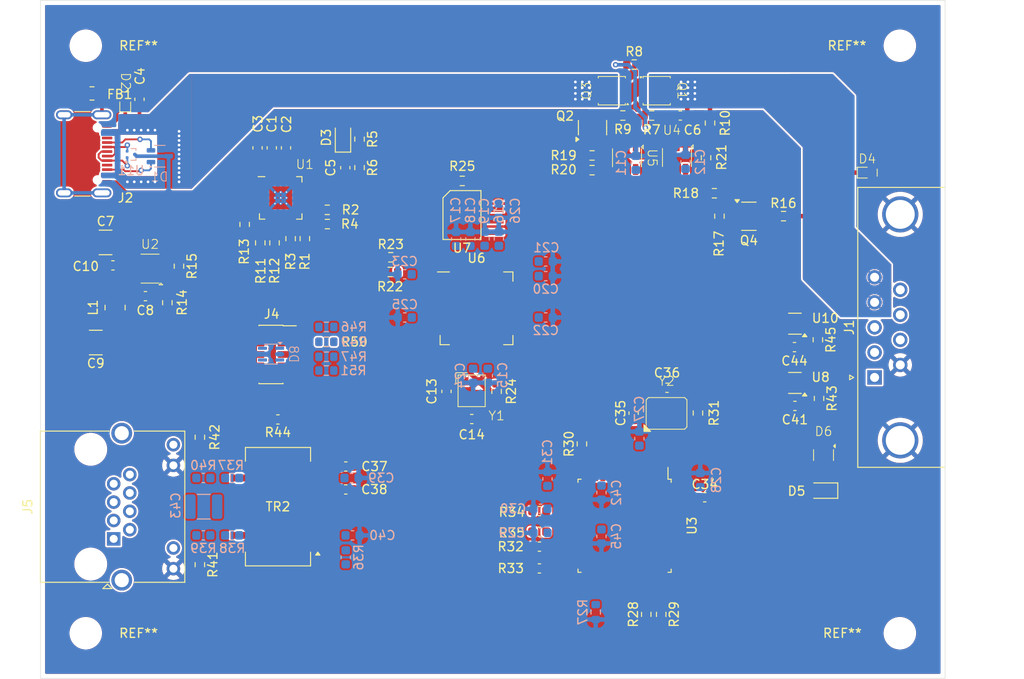
<source format=kicad_pcb>
(kicad_pcb
	(version 20241229)
	(generator "pcbnew")
	(generator_version "9.0")
	(general
		(thickness 1.6)
		(legacy_teardrops no)
	)
	(paper "A4")
	(layers
		(0 "F.Cu" signal)
		(4 "In1.Cu" signal)
		(6 "In2.Cu" signal)
		(2 "B.Cu" signal)
		(9 "F.Adhes" user "F.Adhesive")
		(11 "B.Adhes" user "B.Adhesive")
		(13 "F.Paste" user)
		(15 "B.Paste" user)
		(5 "F.SilkS" user "F.Silkscreen")
		(7 "B.SilkS" user "B.Silkscreen")
		(1 "F.Mask" user)
		(3 "B.Mask" user)
		(17 "Dwgs.User" user "User.Drawings")
		(19 "Cmts.User" user "User.Comments")
		(21 "Eco1.User" user "User.Eco1")
		(23 "Eco2.User" user "User.Eco2")
		(25 "Edge.Cuts" user)
		(27 "Margin" user)
		(31 "F.CrtYd" user "F.Courtyard")
		(29 "B.CrtYd" user "B.Courtyard")
		(35 "F.Fab" user)
		(33 "B.Fab" user)
		(39 "User.1" user)
		(41 "User.2" user)
		(43 "User.3" user)
		(45 "User.4" user)
	)
	(setup
		(stackup
			(layer "F.SilkS"
				(type "Top Silk Screen")
			)
			(layer "F.Paste"
				(type "Top Solder Paste")
			)
			(layer "F.Mask"
				(type "Top Solder Mask")
				(thickness 0.01)
			)
			(layer "F.Cu"
				(type "copper")
				(thickness 0.035)
			)
			(layer "dielectric 1"
				(type "prepreg")
				(thickness 0.1)
				(material "FR4")
				(epsilon_r 4.5)
				(loss_tangent 0.02)
			)
			(layer "In1.Cu"
				(type "copper")
				(thickness 0.035)
			)
			(layer "dielectric 2"
				(type "core")
				(thickness 1.24)
				(material "FR4")
				(epsilon_r 4.5)
				(loss_tangent 0.02)
			)
			(layer "In2.Cu"
				(type "copper")
				(thickness 0.035)
			)
			(layer "dielectric 3"
				(type "prepreg")
				(thickness 0.1)
				(material "FR4")
				(epsilon_r 4.5)
				(loss_tangent 0.02)
			)
			(layer "B.Cu"
				(type "copper")
				(thickness 0.035)
			)
			(layer "B.Mask"
				(type "Bottom Solder Mask")
				(thickness 0.01)
			)
			(layer "B.Paste"
				(type "Bottom Solder Paste")
			)
			(layer "B.SilkS"
				(type "Bottom Silk Screen")
			)
			(copper_finish "None")
			(dielectric_constraints no)
		)
		(pad_to_mask_clearance 0)
		(allow_soldermask_bridges_in_footprints no)
		(tenting front back)
		(pcbplotparams
			(layerselection 0x00000000_00000000_55555555_5755f5ff)
			(plot_on_all_layers_selection 0x00000000_00000000_00000000_00000000)
			(disableapertmacros no)
			(usegerberextensions no)
			(usegerberattributes yes)
			(usegerberadvancedattributes yes)
			(creategerberjobfile yes)
			(dashed_line_dash_ratio 12.000000)
			(dashed_line_gap_ratio 3.000000)
			(svgprecision 4)
			(plotframeref no)
			(mode 1)
			(useauxorigin no)
			(hpglpennumber 1)
			(hpglpenspeed 20)
			(hpglpendiameter 15.000000)
			(pdf_front_fp_property_popups yes)
			(pdf_back_fp_property_popups yes)
			(pdf_metadata yes)
			(pdf_single_document no)
			(dxfpolygonmode yes)
			(dxfimperialunits yes)
			(dxfusepcbnewfont yes)
			(psnegative no)
			(psa4output no)
			(plot_black_and_white yes)
			(sketchpadsonfab no)
			(plotpadnumbers no)
			(hidednponfab no)
			(sketchdnponfab yes)
			(crossoutdnponfab yes)
			(subtractmaskfromsilk no)
			(outputformat 1)
			(mirror no)
			(drillshape 1)
			(scaleselection 1)
			(outputdirectory "")
		)
	)
	(net 0 "")
	(net 1 "/Power/2v7")
	(net 2 "GND")
	(net 3 "Net-(U1-VREG_1V2)")
	(net 4 "Net-(U1-VDD)")
	(net 5 "/Power/Vbus")
	(net 6 "Net-(D3-K)")
	(net 7 "Net-(C6-Pad1)")
	(net 8 "+VDC")
	(net 9 "Net-(U2-CB)")
	(net 10 "Net-(U2-SW)")
	(net 11 "+3V3")
	(net 12 "Net-(U6-Xin)")
	(net 13 "Net-(C14-Pad2)")
	(net 14 "+1V1")
	(net 15 "Net-(U3-Vcap)")
	(net 16 "Net-(U3-OSC1)")
	(net 17 "Net-(C36-Pad1)")
	(net 18 "MAG_IN+")
	(net 19 "TPIN+")
	(net 20 "MAG_IN-")
	(net 21 "TPIN-")
	(net 22 "MAG_IN_Center")
	(net 23 "MAG_OUT_Center")
	(net 24 "Net-(C43-Pad2)")
	(net 25 "GNDPWR")
	(net 26 "/Power/CC2")
	(net 27 "/Power/CC1")
	(net 28 "Net-(D5-K)")
	(net 29 "DATA_LED")
	(net 30 "sense_2_proc")
	(net 31 "sense_1_proc")
	(net 32 "CLK_LED")
	(net 33 "/P3")
	(net 34 "/P4")
	(net 35 "/P2")
	(net 36 "/P1")
	(net 37 "Net-(J2-SHIELD)")
	(net 38 "Net-(U11-D+)")
	(net 39 "Net-(U11-D-)")
	(net 40 "RX+")
	(net 41 "TX-")
	(net 42 "Net-(J5-Pad10)")
	(net 43 "Net-(J5-Pad7)")
	(net 44 "Net-(J5-Pad4)")
	(net 45 "RX-")
	(net 46 "Net-(J5-Pad12)")
	(net 47 "TX+")
	(net 48 "Net-(Q1-Pad4)")
	(net 49 "Net-(Q2-G)")
	(net 50 "Net-(Q2-D)")
	(net 51 "Net-(Q4-D)")
	(net 52 "Net-(Q4-G)")
	(net 53 "Net-(U1-ADDR0)")
	(net 54 "Net-(U1-ADDR1)")
	(net 55 "Net-(U1-VBUS_VS_DISCH)")
	(net 56 "/Power/DISCH")
	(net 57 "SCL")
	(net 58 "SDA")
	(net 59 "RESET")
	(net 60 "Net-(U2-FB)")
	(net 61 "Discharge")
	(net 62 "Net-(R20-Pad2)")
	(net 63 "Net-(U1-VBUS_EN_SNK)")
	(net 64 "D-")
	(net 65 "D+")
	(net 66 "Net-(U6-Xout)")
	(net 67 "Net-(U6-QSPI_SS_N)")
	(net 68 "~{INT}")
	(net 69 "Net-(U3-PSPCFG0)")
	(net 70 "Net-(U3-Rbias)")
	(net 71 "Net-(U3-OSC2)")
	(net 72 "MAG_OUT+")
	(net 73 "MAG_OUT-")
	(net 74 "Net-(TR2-C_RX)")
	(net 75 "Net-(TR2-C_TX)")
	(net 76 "LED_B")
	(net 77 "LED_A")
	(net 78 "Net-(U6-SWCLK)")
	(net 79 "unconnected-(U1-POWER_OK3-Pad14)")
	(net 80 "unconnected-(U1-A_B_SIDE-Pad17)")
	(net 81 "unconnected-(U1-POWER_OK2-Pad20)")
	(net 82 "ALERT")
	(net 83 "unconnected-(U1-NC-Pad3)")
	(net 84 "unconnected-(U1-Attach-Pad11)")
	(net 85 "unconnected-(U1-GPIO-Pad15)")
	(net 86 "Net-(U3-SI{slash}RD{slash}R~{W})")
	(net 87 "Net-(U3-AD3)")
	(net 88 "Net-(U3-AD12)")
	(net 89 "Net-(U3-AD14)")
	(net 90 "Net-(U3-AD10)")
	(net 91 "Net-(U3-~{CS}{slash}CS)")
	(net 92 "Net-(U3-SO{slash}WR{slash}EN)")
	(net 93 "Net-(U3-AD5)")
	(net 94 "Net-(U3-AD9)")
	(net 95 "Net-(U3-AD4)")
	(net 96 "unconnected-(U3-CLKOUT-Pad23)")
	(net 97 "Net-(U3-SCK{slash}AL)")
	(net 98 "Net-(U3-AD2)")
	(net 99 "Net-(U3-AD11)")
	(net 100 "Net-(U3-AD8)")
	(net 101 "Net-(U3-AD13)")
	(net 102 "Net-(U3-AD1)")
	(net 103 "Net-(U3-AD0)")
	(net 104 "Net-(U3-AD6)")
	(net 105 "Net-(U3-AD7)")
	(net 106 "Net-(U4-Pad4)")
	(net 107 "Enable")
	(net 108 "Net-(U6-QSPI_SD2)")
	(net 109 "Net-(U6-QSPI_SD1)")
	(net 110 "MEAS_1")
	(net 111 "MEAS_2")
	(net 112 "Net-(U6-QSPI_SD3)")
	(net 113 "Net-(U6-QSPI_SCLK)")
	(net 114 "Net-(U6-QSPI_SD0)")
	(footprint "Resistor_SMD:R_0603_1608Metric" (layer "F.Cu") (at 114.5662 87.7702 -90))
	(footprint "Capacitor_SMD:C_0603_1608Metric" (layer "F.Cu") (at 161.2632 105.8422 180))
	(footprint "Resistor_SMD:R_0603_1608Metric" (layer "F.Cu") (at 116.2934 89.8144 90))
	(footprint "Capacitor_SMD:C_1210_3225Metric" (layer "F.Cu") (at 98.1072 100.8384 180))
	(footprint "Capacitor_SMD:C_0603_1608Metric" (layer "F.Cu") (at 147.1538 123.4186 180))
	(footprint "Package_TO_SOT_SMD:SOT-23-3" (layer "F.Cu") (at 170.3125 86.868))
	(footprint "Pyllr_Package_DFN_QFN:QFN-56_1EP_7.75x7.75mm_P0.4mm_3.2x3.2mm" (layer "F.Cu") (at 140.2 97.0549))
	(footprint "Resistor_SMD:R_0603_1608Metric" (layer "F.Cu") (at 127.2662 81.484 -90))
	(footprint "Capacitor_SMD:C_0603_1608Metric" (layer "F.Cu") (at 139.6728 109.3035))
	(footprint "Capacitor_SMD:C_0603_1608Metric" (layer "F.Cu") (at 136.8788 106.2425 90))
	(footprint "Capacitor_SMD:C_0603_1608Metric" (layer "F.Cu") (at 125.7442 114.5544 180))
	(footprint "Resistor_SMD:R_0603_1608Metric" (layer "F.Cu") (at 167.0551 86.8616 -90))
	(footprint "Pyllr_Package_Crystal:CFPX-180" (layer "F.Cu") (at 161.2072 108.6752))
	(footprint "Resistor_SMD:R_0603_1608Metric" (layer "F.Cu") (at 156.3776 75.722))
	(footprint "Package_TO_SOT_SMD:SOT-23-3" (layer "F.Cu") (at 153.0248 77.0627 90))
	(footprint "Resistor_SMD:R_0603_1608Metric" (layer "F.Cu") (at 157.6354 70.0832))
	(footprint "Connector_Dsub:DSUB-9_Pins_Horizontal_P2.77x2.84mm_EdgePinOffset4.94mm_Housed_MountingHolesOffset4.94mm" (layer "F.Cu") (at 184.2068 104.6988 90))
	(footprint "Pyllr_Package_SO:SOIC-8_5.28x5.28mm_P1.27mm" (layer "F.Cu") (at 138.5913 86.7329))
	(footprint "Capacitor_SMD:C_0603_1608Metric" (layer "F.Cu") (at 117.5634 79.2988 90))
	(footprint "Package_TO_SOT_SMD:SOT-353_SC-70-5" (layer "F.Cu") (at 175.3994 105.3084 180))
	(footprint "Resistor_SMD:R_0603_1608Metric" (layer "F.Cu") (at 106.0196 96.4306 90))
	(footprint "Capacitor_SMD:C_0603_1608Metric" (layer "F.Cu") (at 147.1538 125.8316))
	(footprint "Capacitor_SMD:C_0603_1608Metric" (layer "F.Cu") (at 147.1408 119.4816 180))
	(footprint "Capacitor_SMD:C_0603_1608Metric" (layer "F.Cu") (at 175.3994 107.8484))
	(footprint "Capacitor_SMD:C_0603_1608Metric" (layer "F.Cu") (at 157.5672 108.6492 90))
	(footprint "Package_TO_SOT_SMD:SOT-353_SC-70-5" (layer "F.Cu") (at 175.3994 98.7552 180))
	(footprint "Resistor_SMD:R_0603_1608Metric" (layer "F.Cu") (at 166.4963 84.3216 180))
	(footprint "Resistor_SMD:R_0603_1608Metric" (layer "F.Cu") (at 117.8682 89.8144 90))
	(footprint "Capacitor_SMD:C_0603_1608Metric" (layer "F.Cu") (at 115.9886 79.2988 90))
	(footprint "Resistor_SMD:R_0603_1608Metric" (layer "F.Cu") (at 165.5724 80.3956 90))
	(footprint "Diode_SMD:D_SOD-323" (layer "F.Cu") (at 125.4374 78.1602 90))
	(footprint "Capacitor_SMD:C_0603_1608Metric" (layer "F.Cu") (at 125.6914 81.4962 -90))
	(footprint "Capacitor_SMD:C_0603_1608Metric" (layer "F.Cu") (at 162.7284 75.722))
	(footprint "Capacitor_SMD:C_0603_1608Metric" (layer "F.Cu") (at 103.5954 95.7076 180))
	(footprint "Resistor_SMD:R_0603_1608Metric" (layer "F.Cu") (at 158.9648 130.9116 90))
	(footprint "Pyllr_Package_TO_SOT_SMD:SOT23-5_2.6W" (layer "F.Cu") (at 156.8348 80.3956 -90))
	(footprint "Resistor_SMD:R_0805_2012Metric" (layer "F.Cu") (at 97.6865 73.279 180))
	(footprint "Resistor_SMD:R_0603_1608Metric" (layer "F.Cu") (at 160.6158 130.9116 -90))
	(footprint "Pyllr_Package_SON:PowerDI3333-8-UX" (layer "F.Cu") (at 155.1584 72.9788 90))
	(footprint "Resistor_SMD:R_0603_1608Metric"
		(layer "F.Cu")
		(uuid "65ab861e-7e70-493f-b6e0-3d6286a80b14")
		(at 151.8528 112.0526 90)
		(descr "Resistor SMD 0603 (1608 Metric), square (rectangular) end terminal, IPC-7351 nominal, (Body size source: IPC-SM-782 page 72, https://www.pcb-3d.com/wordpress/wp-content/uploads/ipc-sm-782a_amendment_1_and_2.pdf), generated with kicad-footprint-generator")
		(tags "resistor")
		(property "Reference" "R30"
			(at 0 -1.43 90)
			(layer "F.SilkS")
			(uuid "cd2b975a-23a5-4514-ad65-a8b62abcb14a")
			(effects
				(font
					(size 1 1)
					(thickness 0.15)
				)
			)
		)
		(property "Value" "12k4"
			(at 0 1.43 90)
			(layer "F.Fab")
			(uuid "4f9138fe-37ff-48d9-a55d-594fdc512ea2")
			(effects
				(font
					(size 1 1)
					(thickness 0.15)
				)
			)
		)
		(property "Datasheet" ""
			(at 0 0 90)
			(layer "F.Fab")
			(hide yes)
			(uuid "845076eb-afe8-4a2f-8832-dd907fc7ab87")
			(effects
				(font
					(size 1.27 1.27)
					(thickness 0.15)
				)
			)
		)
		(property "Description" "Resistor"
			(at 0 0 90)
			(layer "F.Fab")
			(hide yes)
			(uuid "a68ec99f-a8f3-4951-8156-6b3939cb675d")
			(effects
				(font
					(size 1.27 1.27)
					(thickness 0.15)
				)
			)
		)
		(property ki_fp_filters "R_*")
		(path "/d849fe79-2ff9-43aa-8f70-e5a9697e72af")
		(sheetname "/")
		(sheetfile "Ethy.kicad_sch")
		(attr smd)
		(fp_line
			(start -0.237258 -0.5225)
			(end 0.237258 -0.5225)
			(stroke
				(width 0.12)
				(type solid)
			)
			(layer "F.SilkS")
			(uuid "23849b68-89d8-48d8-802d-d8f5805e31a6")
		)
		(fp_line
			(start -0.237258 0.5225)
			(end 0.237258 0.5225)
			(stroke
				(width 0.12)
				(type solid)
			)
			(layer "F.SilkS")
			(uuid "2336050c-b592-4df4-8f3e-1262e7eefc7b")
		)
		(fp_line
			(start 1.48 -0.73)
			(end 1.48 0.73)
			(stroke
				(width 0.05)
				(type solid)
			)
			(layer "F.CrtYd")
			(uuid "c8a3ad16-575f-409c-acd3-53df76ae29a4")
		)
		(fp_line
			(start -1.48 -0.73)
			(end 1.48 -0.73)
			(stroke
				(width 0.05)
				(type solid)
			)
			(layer "F.CrtYd")
			(uuid "5c9b7b6e-a26f-4a12-96a7-4ee636968ccf")
		)
		(fp_line
			(start 1.48 0.73)
			(end -1.48 0.73)
			(stroke
				(width 0.05)
				(type solid)
			)
			(layer "F.CrtYd")
			(uuid "0ec992e4-cacd-4f41-a497-ef258688c383")
		)
		(fp_line
			(start -1.48 0.73)
			(end -1.48 -0.73)
			(s
... [1016652 chars truncated]
</source>
